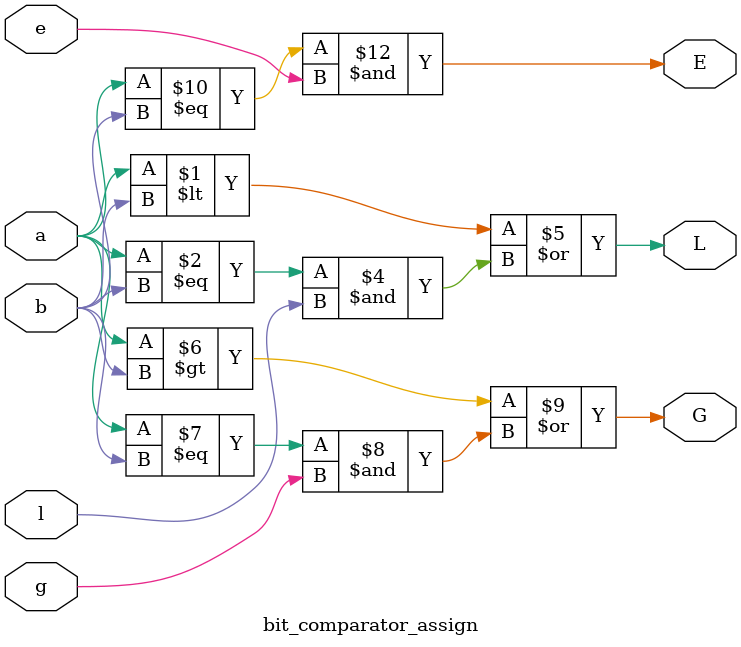
<source format=sv>
`timescale 1ns/1ns
module bit_comparator_assign (input a,b,e,l,g, output E,L,G);

    assign #(46,62) L = (a < b) | ((a == b) & (l == 1'b1));
    assign #(53,55) G = (a > b) | ((a == b) & g);
    assign #(29,31) E = (a == b) & (e == 1'b1);    

endmodule
</source>
